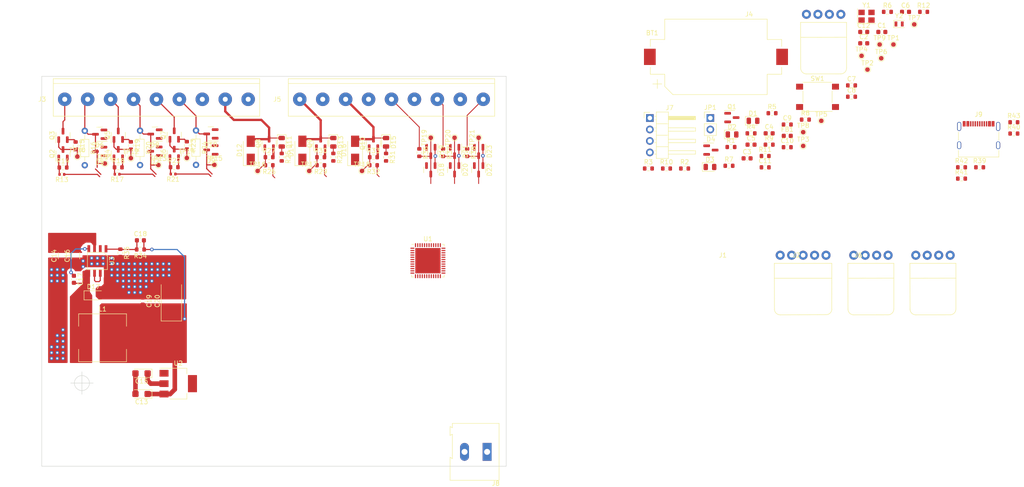
<source format=kicad_pcb>
(kicad_pcb (version 20211014) (generator pcbnew)

  (general
    (thickness 1.6)
  )

  (paper "A4")
  (title_block
    (title "FloatPUMP Basic Boards")
    (date "2022-11-22")
    (rev "1.0")
    (company "www.robtor.de")
  )

  (layers
    (0 "F.Cu" signal)
    (31 "B.Cu" signal)
    (32 "B.Adhes" user "B.Adhesive")
    (33 "F.Adhes" user "F.Adhesive")
    (34 "B.Paste" user)
    (35 "F.Paste" user)
    (36 "B.SilkS" user "B.Silkscreen")
    (37 "F.SilkS" user "F.Silkscreen")
    (38 "B.Mask" user)
    (39 "F.Mask" user)
    (40 "Dwgs.User" user "User.Drawings")
    (41 "Cmts.User" user "User.Comments")
    (42 "Eco1.User" user "User.Eco1")
    (43 "Eco2.User" user "User.Eco2")
    (44 "Edge.Cuts" user)
    (45 "Margin" user)
    (46 "B.CrtYd" user "B.Courtyard")
    (47 "F.CrtYd" user "F.Courtyard")
    (48 "B.Fab" user)
    (49 "F.Fab" user)
    (50 "User.1" user)
    (51 "User.2" user)
    (52 "User.3" user)
    (53 "User.4" user)
    (54 "User.5" user)
    (55 "User.6" user)
    (56 "User.7" user)
    (57 "User.8" user)
    (58 "User.9" user)
  )

  (setup
    (stackup
      (layer "F.SilkS" (type "Top Silk Screen"))
      (layer "F.Paste" (type "Top Solder Paste"))
      (layer "F.Mask" (type "Top Solder Mask") (thickness 0.01))
      (layer "F.Cu" (type "copper") (thickness 0.035))
      (layer "dielectric 1" (type "core") (thickness 1.51) (material "FR4") (epsilon_r 4.5) (loss_tangent 0.02))
      (layer "B.Cu" (type "copper") (thickness 0.035))
      (layer "B.Mask" (type "Bottom Solder Mask") (thickness 0.01))
      (layer "B.Paste" (type "Bottom Solder Paste"))
      (layer "B.SilkS" (type "Bottom Silk Screen"))
      (copper_finish "None")
      (dielectric_constraints no)
    )
    (pad_to_mask_clearance 0)
    (pcbplotparams
      (layerselection 0x00010fc_ffffffff)
      (disableapertmacros false)
      (usegerberextensions false)
      (usegerberattributes true)
      (usegerberadvancedattributes true)
      (creategerberjobfile true)
      (svguseinch false)
      (svgprecision 6)
      (excludeedgelayer true)
      (plotframeref false)
      (viasonmask false)
      (mode 1)
      (useauxorigin false)
      (hpglpennumber 1)
      (hpglpenspeed 20)
      (hpglpendiameter 15.000000)
      (dxfpolygonmode true)
      (dxfimperialunits true)
      (dxfusepcbnewfont true)
      (psnegative false)
      (psa4output false)
      (plotreference true)
      (plotvalue true)
      (plotinvisibletext false)
      (sketchpadsonfab false)
      (subtractmaskfromsilk false)
      (outputformat 1)
      (mirror false)
      (drillshape 1)
      (scaleselection 1)
      (outputdirectory "")
    )
  )

  (net 0 "")
  (net 1 "Net-(C1-Pad1)")
  (net 2 "GND")
  (net 3 "Net-(C2-Pad1)")
  (net 4 "Net-(C3-Pad1)")
  (net 5 "Net-(C4-Pad1)")
  (net 6 "Net-(C5-Pad1)")
  (net 7 "Net-(C6-Pad1)")
  (net 8 "+3V3")
  (net 9 "/VBAT")
  (net 10 "/NRST")
  (net 11 "Net-(D1-Pad1)")
  (net 12 "+3.3V")
  (net 13 "Net-(D2-Pad1)")
  (net 14 "Net-(D3-Pad1)")
  (net 15 "/VB")
  (net 16 "T11")
  (net 17 "T13")
  (net 18 "T15")
  (net 19 "T17")
  (net 20 "Net-(C17-Pad1)")
  (net 21 "+24V")
  (net 22 "T16")
  (net 23 "Net-(C17-Pad2)")
  (net 24 "T20")
  (net 25 "Net-(D11-Pad2)")
  (net 26 "/GPI0")
  (net 27 "/GPI1")
  (net 28 "/GPI2")
  (net 29 "/RRDT")
  (net 30 "/RRCLK")
  (net 31 "/RRSW")
  (net 32 "+5V")
  (net 33 "/I2C1_SDA")
  (net 34 "/I2C1_SCL")
  (net 35 "/USART1_TX")
  (net 36 "/USART1_RX")
  (net 37 "/SWDIO")
  (net 38 "/SWCLK")
  (net 39 "T22")
  (net 40 "Net-(J4-Pad2)")
  (net 41 "Net-(J4-Pad3)")
  (net 42 "Net-(J4-Pad4)")
  (net 43 "unconnected-(J9-PadA8)")
  (net 44 "unconnected-(J9-PadB8)")
  (net 45 "T10")
  (net 46 "T12")
  (net 47 "T14")
  (net 48 "/BOOT0")
  (net 49 "T24")
  (net 50 "T26")
  (net 51 "T28")
  (net 52 "T23")
  (net 53 "Net-(D13-Pad2)")
  (net 54 "Net-(LS1-Pad2)")
  (net 55 "Net-(Q2-Pad1)")
  (net 56 "Net-(Q2-Pad3)")
  (net 57 "Net-(D15-Pad2)")
  (net 58 "Net-(Q8-Pad1)")
  (net 59 "Net-(Q9-Pad1)")
  (net 60 "Net-(Q10-Pad1)")
  (net 61 "/LED0")
  (net 62 "/LED1")
  (net 63 "/LED2")
  (net 64 "/LED5")
  (net 65 "/LED4")
  (net 66 "/LED3")
  (net 67 "/BEEP")
  (net 68 "/MPWR0")
  (net 69 "/MPWR1")
  (net 70 "/MPWR2")
  (net 71 "/OCHAN0")
  (net 72 "/OCHAN1")
  (net 73 "/OCHAN2")
  (net 74 "/usb_conn/U_D-")
  (net 75 "/USB_FS_DM")
  (net 76 "/usb_conn/U_D+")
  (net 77 "/USB_FS_DP")
  (net 78 "/usb_conn/U_VBUS")
  (net 79 "/USB_FS_VBUS")
  (net 80 "/usb_conn/CC")
  (net 81 "Net-(Q1-Pad1)")
  (net 82 "Net-(Q4-Pad1)")
  (net 83 "Net-(Q4-Pad3)")
  (net 84 "Net-(Q6-Pad1)")
  (net 85 "Net-(Q6-Pad3)")
  (net 86 "Net-(C18-Pad1)")
  (net 87 "Net-(TP4-Pad1)")
  (net 88 "Net-(U3-Pad6)")
  (net 89 "Net-(J8-Pad2)")

  (footprint "Capacitor_SMD:C_0603_1608Metric" (layer "F.Cu") (at 186.532 85.011533))

  (footprint "Package_TO_SOT_SMD:SOT-23" (layer "F.Cu") (at 42.3395 89.49575 90))

  (footprint "Resistor_SMD:R_0603_1608Metric" (layer "F.Cu") (at 163.792 92.801533))

  (footprint "LED_SMD:LED_0805_2012Metric" (layer "F.Cu") (at 173.422 92.466533))

  (footprint "TestPoint:TestPoint_Pad_D1.0mm" (layer "F.Cu") (at 57.531 90.4725))

  (footprint "Package_TO_SOT_SMD:SOT-23" (layer "F.Cu") (at 38.227 85.217 180))

  (footprint "Resistor_SMD:R_0603_1608Metric" (layer "F.Cu") (at 57.531 87.6785 -90))

  (footprint "TestPoint:TestPoint_Pad_D1.0mm" (layer "F.Cu") (at 84.648 93.343))

  (footprint "Button_Switch_SMD:SW_Push_1P1T_NO_6x6mm_H9.5mm" (layer "F.Cu") (at 197.252 76.926533))

  (footprint "LED_SMD:LED_0805_2012Metric" (layer "F.Cu") (at 89.982 86.993 -90))

  (footprint "Capacitor_SMD:C_0603_1608Metric" (layer "F.Cu") (at 32.512 117.348 -90))

  (footprint "TestPoint:TestPoint_Pad_D1.0mm" (layer "F.Cu") (at 111.572 85.979 90))

  (footprint "Resistor_SMD:R_0603_1608Metric" (layer "F.Cu") (at 229.152 92.531533))

  (footprint "Capacitor_SMD:C_0603_1608Metric" (layer "F.Cu") (at 207.482 62.551533))

  (footprint "Resistor_SMD:R_0603_1608Metric" (layer "F.Cu") (at 75.758 92.073 180))

  (footprint "TestPoint:TestPoint_Pad_D1.0mm" (layer "F.Cu") (at 211.012 65.331533))

  (footprint "Resistor_SMD:R_0603_1608Metric" (layer "F.Cu") (at 204.782 76.901533))

  (footprint "Diode_SMD:D_SOD-123F" (layer "F.Cu") (at 36.957 120.904))

  (footprint "Connector_USB:USB_C_Receptacle_Palconn_UTC16-G" (layer "F.Cu") (at 232.942 85.411533))

  (footprint "Resistor_THT:R_Axial_DIN0204_L3.6mm_D1.6mm_P7.62mm_Horizontal" (layer "F.Cu") (at 34.925 84.455 -90))

  (footprint "Resistor_SMD:R_0603_1608Metric" (layer "F.Cu") (at 101.666 90.295 -90))

  (footprint "Resistor_SMD:R_0402_1005Metric" (layer "F.Cu") (at 54.483 94.0285 180))

  (footprint "TestPoint:TestPoint_Pad_D1.0mm" (layer "F.Cu") (at 63.627 91.9965))

  (footprint "custom_parts:CAMBLOCK CTB0509-9" (layer "F.Cu") (at 30.48 77.47))

  (footprint "Capacitor_SMD:C_0603_1608Metric" (layer "F.Cu") (at 190.542 85.571533))

  (footprint "Package_TO_SOT_SMD:SOT-23" (layer "F.Cu") (at 54.737 85.3925 90))

  (footprint "Resistor_SMD:R_0603_1608Metric" (layer "F.Cu") (at 159.782 92.801533))

  (footprint "TestPoint:TestPoint_Pad_D1.0mm" (layer "F.Cu") (at 207.002 67.841533))

  (footprint "Resistor_SMD:R_0603_1608Metric" (layer "F.Cu") (at 47.244 110.744 180))

  (footprint "Resistor_SMD:R_0603_1608Metric" (layer "F.Cu") (at 220.752 58.101533))

  (footprint "Package_TO_SOT_SMD:SOT-23" (layer "F.Cu") (at 98.872 87.247 90))

  (footprint "custom_parts:2542R-04" (layer "F.Cu") (at 205.266 112.014))

  (footprint "Resistor_SMD:R_0603_1608Metric" (layer "F.Cu") (at 212.732 58.101533))

  (footprint "Package_TO_SOT_SMD:SOT-23" (layer "F.Cu") (at 62.865 85.1385 180))

  (footprint "TestPoint:TestPoint_Pad_D1.0mm" (layer "F.Cu") (at 122.174 85.979 90))

  (footprint "TestPoint:TestPoint_Pad_D1.0mm" (layer "F.Cu") (at 45.1335 90.51175))

  (footprint "Resistor_SMD:R_0603_1608Metric" (layer "F.Cu") (at 75.758 90.295))

  (footprint "Package_TO_SOT_SMD:SOT-23" (layer "F.Cu") (at 116.84 93.091 -90))

  (footprint "custom_parts:MP9486A-SOIC-8" (layer "F.Cu") (at 37.719 113.284 180))

  (footprint "Capacitor_Tantalum_SMD:CP_EIA-7343-31_Kemet-D" (layer "F.Cu") (at 54.102 122.174 90))

  (footprint "Resistor_SMD:R_0603_1608Metric" (layer "F.Cu") (at 177.632 92.201533))

  (footprint "TestPoint:TestPoint_Pad_D1.0mm" (layer "F.Cu") (at 39.37 91.694))

  (footprint "custom_parts:L_MS1040-330M" (layer "F.Cu") (at 38.862 130.302))

  (footprint "Resistor_SMD:R_0603_1608Metric" (layer "F.Cu") (at 42.3395 92.54375))

  (footprint "Resistor_SMD:R_0603_1608Metric" (layer "F.Cu") (at 119.634 89.281 -90))

  (footprint "Crystal:Crystal_SMD_2012-2Pin_2.0x1.2mm" (layer "F.Cu") (at 215.322 60.781533))

  (footprint "Resistor_SMD:R_0603_1608Metric" (layer "F.Cu") (at 190.542 88.081533))

  (footprint "Resistor_SMD:R_0603_1608Metric" (layer "F.Cu") (at 240.742 85.061533))

  (footprint "Resistor_SMD:R_0603_1608Metric" (layer "F.Cu") (at 233.162 92.531533))

  (footprint "Package_TO_SOT_SMD:SOT-23" (layer "F.Cu") (at 178.272 81.521533))

  (footprint "Resistor_SMD:R_0603_1608Metric" (layer "F.Cu") (at 240.742 82.551533))

  (footprint "Package_TO_SOT_SMD:SOT-23" (layer "F.Cu") (at 42.3395 85.43175 90))

  (footprint "TestPoint:TestPoint_Pad_D1.0mm" (layer "F.Cu") (at 73.218 93.343))

  (footprint "Package_TO_SOT_SMD:SOT-23" (layer "F.Cu") (at 62.865 88.6945 180))

  (footprint "Package_TO_SOT_SMD:SOT-23" (layer "F.Cu") (at 30.099 89.535 90))

  (footprint "Package_TO_SOT_SMD:SOT-223-3_TabPin2" (layer "F.Cu") (at 55.626 140.462))

  (footprint "Battery:BatteryHolder_Keystone_1060_1x2032" (layer "F.Cu") (at 174.752 68.072))

  (footprint "TestPoint:TestPoint_Pad_D1.0mm" (layer "F.Cu") (at 51.2295 92.03575))

  (footprint "LED_SMD:LED_0805_2012Metric" (layer "F.Cu") (at 182.962 82.236533))

  (footprint "Capacitor_SMD:C_0603_1608Metric" (layer "F.Cu") (at 47.244 108.712))

  (footprint "Package_TO_SOT_SMD:SOT-23" (layer "F.Cu") (at 50.4675 88.98775 180))

  (footprint "TestPoint:TestPoint_Pad_D1.0mm" (layer "F.Cu") (at 208.312 70.891533))

  (footprint "Resistor_SMD:R_0603_1608Metric" (layer "F.Cu") (at 30.099 92.583))

  (footprint "Capacitor_SMD:C_0603_1608Metric" (layer "F.Cu")
    (tedit 5F68FEEE) (tstamp 7566c116-f7cc-4a9a-9b1a-2109ef63323e)
    (at 182.522 87.521533)
    (descr "Capacitor SMD 0603 (1608 Metric), square (rectangular) end terminal, IPC_7351 nominal, (Body size source: IPC-SM-782 page 76, https://www.pcb-3d.com/wordpress/wp-content/uploads/ipc-sm-782a_amendment_1_and_2.pdf), generated with kicad-footprint-generator")
    (tags "capacitor")
    (property "JLCPCB" "C376790")
    (property "Sheetfile" "FloatPUMP.kicad_sch")
    (property "Sheetname" "")
    (path "/00000000-0000-0000-0000-0000636dd6c1")
    (attr smd)
    (fp_text reference "C5" (at 0 -1.43) (layer "F.SilkS")
      (effects (font (size 1 1) (thickness 0.15)))
      (tstamp 219dcbbc-be9e-47e6-857a-f5defdd34f0e)
    )
    (fp_text value "4.3pF" (at 0 1.43) (layer "F.Fab")
      (effects (font (size 1 1) (thickness 0.15)))
      (tstamp c88d012c-75f4-4974-a6e5-31122e5daba5)
    )
    (fp_text user "${REFERENCE}" (at 0 0) (layer "F.Fab")
      (effects (font (size 0.4 0.4) (thickness 0.06)))
      (tstamp 5912519b-fbfc-449c-870b-7b13ef8e4692)
    )
    (fp_line (start -0.14058 -0.51) (end 0.14058 -0.51) (layer "F.SilkS") (width 0.12) (tstamp 35619b0d-f855-48f2-963f-60aa9f2433b7))
    (fp_line (start -0.14058 0.51) (end 0.14058 0.51) (layer "F.SilkS") (width 0.12) (tstamp fde9abf8-5534-40eb-a872-11e0c4779543))
    (fp_line (start -1.48 0.73) (end -1.48 -0.73) (layer "F.CrtYd") (width 0.05) (tstamp 043e014d-017f-45c4-a70c-193adfe30b8e))
    (fp_line (start -1.48 -0.73) (end 1.48 -0.73) (layer "F.CrtYd") (width 0.05) (tstamp 057162ce-5fa3-4303-878f-8e40927085d2))
    (fp_line (start 1.48 0.73) (end -1.48 0.73) (layer "F.CrtYd") (width 0.05) (tstamp 701c19b1-a49b-4ed6-88bd-90eccb5ca9ff))
    (fp_line (start 1.48 -0.73) (end 1.48 0.73) (layer "F.CrtYd") (width 0.05) (tstamp dc7161aa-d9bf-4c2e-bdb5-70c38aa49fda))
    (fp_line (start 0.8 0.4) (end -0.8 0.4) (layer "F.Fab") (width 0.1) (tstamp 5ac13d1a-5935-41fa-9b81-15b562e26930))
    (fp_line (start -0.8 0.4) (end -0.8 -0.4) (layer "F.Fab") (width 0.1) (tstamp 8bc41d3b-1f47-40e1-9c5d-8e7a3526a465))
    (fp_line (start -0.8 -0.4) (end 0.8 -0.4) (layer "F.Fab") (width 0.1) (tstamp a86f2bd1-0c7b-4b90-8f01-6397aef2af2c))
    (fp_line (start 0.8 -0.4) (end 0.8 0.4) (layer "F.Fab") (width 0.1) (tstamp fb7e5a32-0918-40b4-8b2f-25ac0182a59b))
    (pad "1" smd roundrect (at -0.775 0) (size 0.9 0.95) (layers "F.Cu" "F.Paste" "F.Mask") (roundrect_rratio 0.25)
      (net 6 "Net-(C5-Pad1)") (pintype "passive") (tstamp 9e5b8a58-6ee8-4e10-90e0-810158bbf3dc))
    (pad "2" smd roundrect (at 0.775 0) (size 0.9 0.95) (layers "F.Cu" "F.Paste" "F.Mask") (roundrect_rratio 0.25)
      (net 2 "GND") (pintype "passive") (tstamp 12e80d7a-5d38-4
... [317983 chars truncated]
</source>
